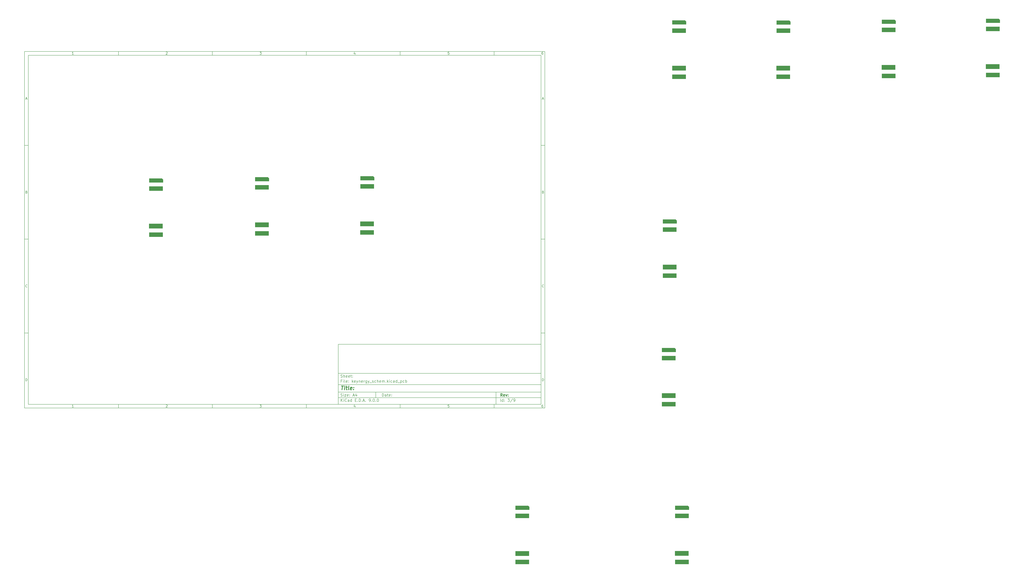
<source format=gbr>
%TF.GenerationSoftware,KiCad,Pcbnew,9.0.0*%
%TF.CreationDate,2025-04-02T13:07:28+08:00*%
%TF.ProjectId,keynergy_schem,6b65796e-6572-4677-995f-736368656d2e,rev?*%
%TF.SameCoordinates,Original*%
%TF.FileFunction,Paste,Top*%
%TF.FilePolarity,Positive*%
%FSLAX46Y46*%
G04 Gerber Fmt 4.6, Leading zero omitted, Abs format (unit mm)*
G04 Created by KiCad (PCBNEW 9.0.0) date 2025-04-02 13:07:28*
%MOMM*%
%LPD*%
G01*
G04 APERTURE LIST*
G04 Aperture macros list*
%AMOutline4P*
0 Free polygon, 4 corners , with rotation*
0 The origin of the aperture is its center*
0 number of corners: always 4*
0 $1 to $8 corner X, Y*
0 $9 Rotation angle, in degrees counterclockwise*
0 create outline with 4 corners*
4,1,4,$1,$2,$3,$4,$5,$6,$7,$8,$1,$2,$9*%
%AMOutline5P*
0 Free polygon, 5 corners , with rotation*
0 The origin of the aperture is its center*
0 number of corners: always 5*
0 $1 to $10 corner X, Y*
0 $11 Rotation angle, in degrees counterclockwise*
0 create outline with 5 corners*
4,1,5,$1,$2,$3,$4,$5,$6,$7,$8,$9,$10,$1,$2,$11*%
%AMOutline6P*
0 Free polygon, 6 corners , with rotation*
0 The origin of the aperture is its center*
0 number of corners: always 6*
0 $1 to $12 corner X, Y*
0 $13 Rotation angle, in degrees counterclockwise*
0 create outline with 6 corners*
4,1,6,$1,$2,$3,$4,$5,$6,$7,$8,$9,$10,$11,$12,$1,$2,$13*%
%AMOutline7P*
0 Free polygon, 7 corners , with rotation*
0 The origin of the aperture is its center*
0 number of corners: always 7*
0 $1 to $14 corner X, Y*
0 $15 Rotation angle, in degrees counterclockwise*
0 create outline with 7 corners*
4,1,7,$1,$2,$3,$4,$5,$6,$7,$8,$9,$10,$11,$12,$13,$14,$1,$2,$15*%
%AMOutline8P*
0 Free polygon, 8 corners , with rotation*
0 The origin of the aperture is its center*
0 number of corners: always 8*
0 $1 to $16 corner X, Y*
0 $17 Rotation angle, in degrees counterclockwise*
0 create outline with 8 corners*
4,1,8,$1,$2,$3,$4,$5,$6,$7,$8,$9,$10,$11,$12,$13,$14,$15,$16,$1,$2,$17*%
G04 Aperture macros list end*
%ADD10C,0.100000*%
%ADD11C,0.150000*%
%ADD12C,0.300000*%
%ADD13C,0.400000*%
%ADD14Outline5P,-1.079500X3.098800X-0.431800X3.746500X1.079500X3.746500X1.079500X-3.746500X-1.079500X-3.746500X270.000000*%
%ADD15Outline4P,-1.190625X-3.667125X1.190625X-3.667125X1.190625X3.667125X-1.190625X3.667125X270.000000*%
%ADD16R,7.239000X2.508250*%
%ADD17R,7.286624X2.381248*%
G04 APERTURE END LIST*
D10*
D11*
X177002200Y-166007200D02*
X285002200Y-166007200D01*
X285002200Y-198007200D01*
X177002200Y-198007200D01*
X177002200Y-166007200D01*
D10*
D11*
X10000000Y-10000000D02*
X287002200Y-10000000D01*
X287002200Y-200007200D01*
X10000000Y-200007200D01*
X10000000Y-10000000D01*
D10*
D11*
X12000000Y-12000000D02*
X285002200Y-12000000D01*
X285002200Y-198007200D01*
X12000000Y-198007200D01*
X12000000Y-12000000D01*
D10*
D11*
X60000000Y-12000000D02*
X60000000Y-10000000D01*
D10*
D11*
X110000000Y-12000000D02*
X110000000Y-10000000D01*
D10*
D11*
X160000000Y-12000000D02*
X160000000Y-10000000D01*
D10*
D11*
X210000000Y-12000000D02*
X210000000Y-10000000D01*
D10*
D11*
X260000000Y-12000000D02*
X260000000Y-10000000D01*
D10*
D11*
X36089160Y-11593604D02*
X35346303Y-11593604D01*
X35717731Y-11593604D02*
X35717731Y-10293604D01*
X35717731Y-10293604D02*
X35593922Y-10479319D01*
X35593922Y-10479319D02*
X35470112Y-10603128D01*
X35470112Y-10603128D02*
X35346303Y-10665033D01*
D10*
D11*
X85346303Y-10417414D02*
X85408207Y-10355509D01*
X85408207Y-10355509D02*
X85532017Y-10293604D01*
X85532017Y-10293604D02*
X85841541Y-10293604D01*
X85841541Y-10293604D02*
X85965350Y-10355509D01*
X85965350Y-10355509D02*
X86027255Y-10417414D01*
X86027255Y-10417414D02*
X86089160Y-10541223D01*
X86089160Y-10541223D02*
X86089160Y-10665033D01*
X86089160Y-10665033D02*
X86027255Y-10850747D01*
X86027255Y-10850747D02*
X85284398Y-11593604D01*
X85284398Y-11593604D02*
X86089160Y-11593604D01*
D10*
D11*
X135284398Y-10293604D02*
X136089160Y-10293604D01*
X136089160Y-10293604D02*
X135655826Y-10788842D01*
X135655826Y-10788842D02*
X135841541Y-10788842D01*
X135841541Y-10788842D02*
X135965350Y-10850747D01*
X135965350Y-10850747D02*
X136027255Y-10912652D01*
X136027255Y-10912652D02*
X136089160Y-11036461D01*
X136089160Y-11036461D02*
X136089160Y-11345985D01*
X136089160Y-11345985D02*
X136027255Y-11469795D01*
X136027255Y-11469795D02*
X135965350Y-11531700D01*
X135965350Y-11531700D02*
X135841541Y-11593604D01*
X135841541Y-11593604D02*
X135470112Y-11593604D01*
X135470112Y-11593604D02*
X135346303Y-11531700D01*
X135346303Y-11531700D02*
X135284398Y-11469795D01*
D10*
D11*
X185965350Y-10726938D02*
X185965350Y-11593604D01*
X185655826Y-10231700D02*
X185346303Y-11160271D01*
X185346303Y-11160271D02*
X186151064Y-11160271D01*
D10*
D11*
X236027255Y-10293604D02*
X235408207Y-10293604D01*
X235408207Y-10293604D02*
X235346303Y-10912652D01*
X235346303Y-10912652D02*
X235408207Y-10850747D01*
X235408207Y-10850747D02*
X235532017Y-10788842D01*
X235532017Y-10788842D02*
X235841541Y-10788842D01*
X235841541Y-10788842D02*
X235965350Y-10850747D01*
X235965350Y-10850747D02*
X236027255Y-10912652D01*
X236027255Y-10912652D02*
X236089160Y-11036461D01*
X236089160Y-11036461D02*
X236089160Y-11345985D01*
X236089160Y-11345985D02*
X236027255Y-11469795D01*
X236027255Y-11469795D02*
X235965350Y-11531700D01*
X235965350Y-11531700D02*
X235841541Y-11593604D01*
X235841541Y-11593604D02*
X235532017Y-11593604D01*
X235532017Y-11593604D02*
X235408207Y-11531700D01*
X235408207Y-11531700D02*
X235346303Y-11469795D01*
D10*
D11*
X285965350Y-10293604D02*
X285717731Y-10293604D01*
X285717731Y-10293604D02*
X285593922Y-10355509D01*
X285593922Y-10355509D02*
X285532017Y-10417414D01*
X285532017Y-10417414D02*
X285408207Y-10603128D01*
X285408207Y-10603128D02*
X285346303Y-10850747D01*
X285346303Y-10850747D02*
X285346303Y-11345985D01*
X285346303Y-11345985D02*
X285408207Y-11469795D01*
X285408207Y-11469795D02*
X285470112Y-11531700D01*
X285470112Y-11531700D02*
X285593922Y-11593604D01*
X285593922Y-11593604D02*
X285841541Y-11593604D01*
X285841541Y-11593604D02*
X285965350Y-11531700D01*
X285965350Y-11531700D02*
X286027255Y-11469795D01*
X286027255Y-11469795D02*
X286089160Y-11345985D01*
X286089160Y-11345985D02*
X286089160Y-11036461D01*
X286089160Y-11036461D02*
X286027255Y-10912652D01*
X286027255Y-10912652D02*
X285965350Y-10850747D01*
X285965350Y-10850747D02*
X285841541Y-10788842D01*
X285841541Y-10788842D02*
X285593922Y-10788842D01*
X285593922Y-10788842D02*
X285470112Y-10850747D01*
X285470112Y-10850747D02*
X285408207Y-10912652D01*
X285408207Y-10912652D02*
X285346303Y-11036461D01*
D10*
D11*
X60000000Y-198007200D02*
X60000000Y-200007200D01*
D10*
D11*
X110000000Y-198007200D02*
X110000000Y-200007200D01*
D10*
D11*
X160000000Y-198007200D02*
X160000000Y-200007200D01*
D10*
D11*
X210000000Y-198007200D02*
X210000000Y-200007200D01*
D10*
D11*
X260000000Y-198007200D02*
X260000000Y-200007200D01*
D10*
D11*
X36089160Y-199600804D02*
X35346303Y-199600804D01*
X35717731Y-199600804D02*
X35717731Y-198300804D01*
X35717731Y-198300804D02*
X35593922Y-198486519D01*
X35593922Y-198486519D02*
X35470112Y-198610328D01*
X35470112Y-198610328D02*
X35346303Y-198672233D01*
D10*
D11*
X85346303Y-198424614D02*
X85408207Y-198362709D01*
X85408207Y-198362709D02*
X85532017Y-198300804D01*
X85532017Y-198300804D02*
X85841541Y-198300804D01*
X85841541Y-198300804D02*
X85965350Y-198362709D01*
X85965350Y-198362709D02*
X86027255Y-198424614D01*
X86027255Y-198424614D02*
X86089160Y-198548423D01*
X86089160Y-198548423D02*
X86089160Y-198672233D01*
X86089160Y-198672233D02*
X86027255Y-198857947D01*
X86027255Y-198857947D02*
X85284398Y-199600804D01*
X85284398Y-199600804D02*
X86089160Y-199600804D01*
D10*
D11*
X135284398Y-198300804D02*
X136089160Y-198300804D01*
X136089160Y-198300804D02*
X135655826Y-198796042D01*
X135655826Y-198796042D02*
X135841541Y-198796042D01*
X135841541Y-198796042D02*
X135965350Y-198857947D01*
X135965350Y-198857947D02*
X136027255Y-198919852D01*
X136027255Y-198919852D02*
X136089160Y-199043661D01*
X136089160Y-199043661D02*
X136089160Y-199353185D01*
X136089160Y-199353185D02*
X136027255Y-199476995D01*
X136027255Y-199476995D02*
X135965350Y-199538900D01*
X135965350Y-199538900D02*
X135841541Y-199600804D01*
X135841541Y-199600804D02*
X135470112Y-199600804D01*
X135470112Y-199600804D02*
X135346303Y-199538900D01*
X135346303Y-199538900D02*
X135284398Y-199476995D01*
D10*
D11*
X185965350Y-198734138D02*
X185965350Y-199600804D01*
X185655826Y-198238900D02*
X185346303Y-199167471D01*
X185346303Y-199167471D02*
X186151064Y-199167471D01*
D10*
D11*
X236027255Y-198300804D02*
X235408207Y-198300804D01*
X235408207Y-198300804D02*
X235346303Y-198919852D01*
X235346303Y-198919852D02*
X235408207Y-198857947D01*
X235408207Y-198857947D02*
X235532017Y-198796042D01*
X235532017Y-198796042D02*
X235841541Y-198796042D01*
X235841541Y-198796042D02*
X235965350Y-198857947D01*
X235965350Y-198857947D02*
X236027255Y-198919852D01*
X236027255Y-198919852D02*
X236089160Y-199043661D01*
X236089160Y-199043661D02*
X236089160Y-199353185D01*
X236089160Y-199353185D02*
X236027255Y-199476995D01*
X236027255Y-199476995D02*
X235965350Y-199538900D01*
X235965350Y-199538900D02*
X235841541Y-199600804D01*
X235841541Y-199600804D02*
X235532017Y-199600804D01*
X235532017Y-199600804D02*
X235408207Y-199538900D01*
X235408207Y-199538900D02*
X235346303Y-199476995D01*
D10*
D11*
X285965350Y-198300804D02*
X285717731Y-198300804D01*
X285717731Y-198300804D02*
X285593922Y-198362709D01*
X285593922Y-198362709D02*
X285532017Y-198424614D01*
X285532017Y-198424614D02*
X285408207Y-198610328D01*
X285408207Y-198610328D02*
X285346303Y-198857947D01*
X285346303Y-198857947D02*
X285346303Y-199353185D01*
X285346303Y-199353185D02*
X285408207Y-199476995D01*
X285408207Y-199476995D02*
X285470112Y-199538900D01*
X285470112Y-199538900D02*
X285593922Y-199600804D01*
X285593922Y-199600804D02*
X285841541Y-199600804D01*
X285841541Y-199600804D02*
X285965350Y-199538900D01*
X285965350Y-199538900D02*
X286027255Y-199476995D01*
X286027255Y-199476995D02*
X286089160Y-199353185D01*
X286089160Y-199353185D02*
X286089160Y-199043661D01*
X286089160Y-199043661D02*
X286027255Y-198919852D01*
X286027255Y-198919852D02*
X285965350Y-198857947D01*
X285965350Y-198857947D02*
X285841541Y-198796042D01*
X285841541Y-198796042D02*
X285593922Y-198796042D01*
X285593922Y-198796042D02*
X285470112Y-198857947D01*
X285470112Y-198857947D02*
X285408207Y-198919852D01*
X285408207Y-198919852D02*
X285346303Y-199043661D01*
D10*
D11*
X10000000Y-60000000D02*
X12000000Y-60000000D01*
D10*
D11*
X10000000Y-110000000D02*
X12000000Y-110000000D01*
D10*
D11*
X10000000Y-160000000D02*
X12000000Y-160000000D01*
D10*
D11*
X10690476Y-35222176D02*
X11309523Y-35222176D01*
X10566666Y-35593604D02*
X10999999Y-34293604D01*
X10999999Y-34293604D02*
X11433333Y-35593604D01*
D10*
D11*
X11092857Y-84912652D02*
X11278571Y-84974557D01*
X11278571Y-84974557D02*
X11340476Y-85036461D01*
X11340476Y-85036461D02*
X11402380Y-85160271D01*
X11402380Y-85160271D02*
X11402380Y-85345985D01*
X11402380Y-85345985D02*
X11340476Y-85469795D01*
X11340476Y-85469795D02*
X11278571Y-85531700D01*
X11278571Y-85531700D02*
X11154761Y-85593604D01*
X11154761Y-85593604D02*
X10659523Y-85593604D01*
X10659523Y-85593604D02*
X10659523Y-84293604D01*
X10659523Y-84293604D02*
X11092857Y-84293604D01*
X11092857Y-84293604D02*
X11216666Y-84355509D01*
X11216666Y-84355509D02*
X11278571Y-84417414D01*
X11278571Y-84417414D02*
X11340476Y-84541223D01*
X11340476Y-84541223D02*
X11340476Y-84665033D01*
X11340476Y-84665033D02*
X11278571Y-84788842D01*
X11278571Y-84788842D02*
X11216666Y-84850747D01*
X11216666Y-84850747D02*
X11092857Y-84912652D01*
X11092857Y-84912652D02*
X10659523Y-84912652D01*
D10*
D11*
X11402380Y-135469795D02*
X11340476Y-135531700D01*
X11340476Y-135531700D02*
X11154761Y-135593604D01*
X11154761Y-135593604D02*
X11030952Y-135593604D01*
X11030952Y-135593604D02*
X10845238Y-135531700D01*
X10845238Y-135531700D02*
X10721428Y-135407890D01*
X10721428Y-135407890D02*
X10659523Y-135284080D01*
X10659523Y-135284080D02*
X10597619Y-135036461D01*
X10597619Y-135036461D02*
X10597619Y-134850747D01*
X10597619Y-134850747D02*
X10659523Y-134603128D01*
X10659523Y-134603128D02*
X10721428Y-134479319D01*
X10721428Y-134479319D02*
X10845238Y-134355509D01*
X10845238Y-134355509D02*
X11030952Y-134293604D01*
X11030952Y-134293604D02*
X11154761Y-134293604D01*
X11154761Y-134293604D02*
X11340476Y-134355509D01*
X11340476Y-134355509D02*
X11402380Y-134417414D01*
D10*
D11*
X10659523Y-185593604D02*
X10659523Y-184293604D01*
X10659523Y-184293604D02*
X10969047Y-184293604D01*
X10969047Y-184293604D02*
X11154761Y-184355509D01*
X11154761Y-184355509D02*
X11278571Y-184479319D01*
X11278571Y-184479319D02*
X11340476Y-184603128D01*
X11340476Y-184603128D02*
X11402380Y-184850747D01*
X11402380Y-184850747D02*
X11402380Y-185036461D01*
X11402380Y-185036461D02*
X11340476Y-185284080D01*
X11340476Y-185284080D02*
X11278571Y-185407890D01*
X11278571Y-185407890D02*
X11154761Y-185531700D01*
X11154761Y-185531700D02*
X10969047Y-185593604D01*
X10969047Y-185593604D02*
X10659523Y-185593604D01*
D10*
D11*
X287002200Y-60000000D02*
X285002200Y-60000000D01*
D10*
D11*
X287002200Y-110000000D02*
X285002200Y-110000000D01*
D10*
D11*
X287002200Y-160000000D02*
X285002200Y-160000000D01*
D10*
D11*
X285692676Y-35222176D02*
X286311723Y-35222176D01*
X285568866Y-35593604D02*
X286002199Y-34293604D01*
X286002199Y-34293604D02*
X286435533Y-35593604D01*
D10*
D11*
X286095057Y-84912652D02*
X286280771Y-84974557D01*
X286280771Y-84974557D02*
X286342676Y-85036461D01*
X286342676Y-85036461D02*
X286404580Y-85160271D01*
X286404580Y-85160271D02*
X286404580Y-85345985D01*
X286404580Y-85345985D02*
X286342676Y-85469795D01*
X286342676Y-85469795D02*
X286280771Y-85531700D01*
X286280771Y-85531700D02*
X286156961Y-85593604D01*
X286156961Y-85593604D02*
X285661723Y-85593604D01*
X285661723Y-85593604D02*
X285661723Y-84293604D01*
X285661723Y-84293604D02*
X286095057Y-84293604D01*
X286095057Y-84293604D02*
X286218866Y-84355509D01*
X286218866Y-84355509D02*
X286280771Y-84417414D01*
X286280771Y-84417414D02*
X286342676Y-84541223D01*
X286342676Y-84541223D02*
X286342676Y-84665033D01*
X286342676Y-84665033D02*
X286280771Y-84788842D01*
X286280771Y-84788842D02*
X286218866Y-84850747D01*
X286218866Y-84850747D02*
X286095057Y-84912652D01*
X286095057Y-84912652D02*
X285661723Y-84912652D01*
D10*
D11*
X286404580Y-135469795D02*
X286342676Y-135531700D01*
X286342676Y-135531700D02*
X286156961Y-135593604D01*
X286156961Y-135593604D02*
X286033152Y-135593604D01*
X286033152Y-135593604D02*
X285847438Y-135531700D01*
X285847438Y-135531700D02*
X285723628Y-135407890D01*
X285723628Y-135407890D02*
X285661723Y-135284080D01*
X285661723Y-135284080D02*
X285599819Y-135036461D01*
X285599819Y-135036461D02*
X285599819Y-134850747D01*
X285599819Y-134850747D02*
X285661723Y-134603128D01*
X285661723Y-134603128D02*
X285723628Y-134479319D01*
X285723628Y-134479319D02*
X285847438Y-134355509D01*
X285847438Y-134355509D02*
X286033152Y-134293604D01*
X286033152Y-134293604D02*
X286156961Y-134293604D01*
X286156961Y-134293604D02*
X286342676Y-134355509D01*
X286342676Y-134355509D02*
X286404580Y-134417414D01*
D10*
D11*
X285661723Y-185593604D02*
X285661723Y-184293604D01*
X285661723Y-184293604D02*
X285971247Y-184293604D01*
X285971247Y-184293604D02*
X286156961Y-184355509D01*
X286156961Y-184355509D02*
X286280771Y-184479319D01*
X286280771Y-184479319D02*
X286342676Y-184603128D01*
X286342676Y-184603128D02*
X286404580Y-184850747D01*
X286404580Y-184850747D02*
X286404580Y-185036461D01*
X286404580Y-185036461D02*
X286342676Y-185284080D01*
X286342676Y-185284080D02*
X286280771Y-185407890D01*
X286280771Y-185407890D02*
X286156961Y-185531700D01*
X286156961Y-185531700D02*
X285971247Y-185593604D01*
X285971247Y-185593604D02*
X285661723Y-185593604D01*
D10*
D11*
X200458026Y-193793328D02*
X200458026Y-192293328D01*
X200458026Y-192293328D02*
X200815169Y-192293328D01*
X200815169Y-192293328D02*
X201029455Y-192364757D01*
X201029455Y-192364757D02*
X201172312Y-192507614D01*
X201172312Y-192507614D02*
X201243741Y-192650471D01*
X201243741Y-192650471D02*
X201315169Y-192936185D01*
X201315169Y-192936185D02*
X201315169Y-193150471D01*
X201315169Y-193150471D02*
X201243741Y-193436185D01*
X201243741Y-193436185D02*
X201172312Y-193579042D01*
X201172312Y-193579042D02*
X201029455Y-193721900D01*
X201029455Y-193721900D02*
X200815169Y-193793328D01*
X200815169Y-193793328D02*
X200458026Y-193793328D01*
X202600884Y-193793328D02*
X202600884Y-193007614D01*
X202600884Y-193007614D02*
X202529455Y-192864757D01*
X202529455Y-192864757D02*
X202386598Y-192793328D01*
X202386598Y-192793328D02*
X202100884Y-192793328D01*
X202100884Y-192793328D02*
X201958026Y-192864757D01*
X202600884Y-193721900D02*
X202458026Y-193793328D01*
X202458026Y-193793328D02*
X202100884Y-193793328D01*
X202100884Y-193793328D02*
X201958026Y-193721900D01*
X201958026Y-193721900D02*
X201886598Y-193579042D01*
X201886598Y-193579042D02*
X201886598Y-193436185D01*
X201886598Y-193436185D02*
X201958026Y-193293328D01*
X201958026Y-193293328D02*
X202100884Y-193221900D01*
X202100884Y-193221900D02*
X202458026Y-193221900D01*
X202458026Y-193221900D02*
X202600884Y-193150471D01*
X203100884Y-192793328D02*
X203672312Y-192793328D01*
X203315169Y-192293328D02*
X203315169Y-193579042D01*
X203315169Y-193579042D02*
X203386598Y-193721900D01*
X203386598Y-193721900D02*
X203529455Y-193793328D01*
X203529455Y-193793328D02*
X203672312Y-193793328D01*
X204743741Y-193721900D02*
X204600884Y-193793328D01*
X204600884Y-193793328D02*
X204315170Y-193793328D01*
X204315170Y-193793328D02*
X204172312Y-193721900D01*
X204172312Y-193721900D02*
X204100884Y-193579042D01*
X204100884Y-193579042D02*
X204100884Y-193007614D01*
X204100884Y-193007614D02*
X204172312Y-192864757D01*
X204172312Y-192864757D02*
X204315170Y-192793328D01*
X204315170Y-192793328D02*
X204600884Y-192793328D01*
X204600884Y-192793328D02*
X204743741Y-192864757D01*
X204743741Y-192864757D02*
X204815170Y-193007614D01*
X204815170Y-193007614D02*
X204815170Y-193150471D01*
X204815170Y-193150471D02*
X204100884Y-193293328D01*
X205458026Y-193650471D02*
X205529455Y-193721900D01*
X205529455Y-193721900D02*
X205458026Y-193793328D01*
X205458026Y-193793328D02*
X205386598Y-193721900D01*
X205386598Y-193721900D02*
X205458026Y-193650471D01*
X205458026Y-193650471D02*
X205458026Y-193793328D01*
X205458026Y-192864757D02*
X205529455Y-192936185D01*
X205529455Y-192936185D02*
X205458026Y-193007614D01*
X205458026Y-193007614D02*
X205386598Y-192936185D01*
X205386598Y-192936185D02*
X205458026Y-192864757D01*
X205458026Y-192864757D02*
X205458026Y-193007614D01*
D10*
D11*
X177002200Y-194507200D02*
X285002200Y-194507200D01*
D10*
D11*
X178458026Y-196593328D02*
X178458026Y-195093328D01*
X179315169Y-196593328D02*
X178672312Y-195736185D01*
X179315169Y-195093328D02*
X178458026Y-195950471D01*
X179958026Y-196593328D02*
X179958026Y-195593328D01*
X179958026Y-195093328D02*
X179886598Y-195164757D01*
X179886598Y-195164757D02*
X179958026Y-195236185D01*
X179958026Y-195236185D02*
X180029455Y-195164757D01*
X180029455Y-195164757D02*
X179958026Y-195093328D01*
X179958026Y-195093328D02*
X179958026Y-195236185D01*
X181529455Y-196450471D02*
X181458027Y-196521900D01*
X181458027Y-196521900D02*
X181243741Y-196593328D01*
X181243741Y-196593328D02*
X181100884Y-196593328D01*
X181100884Y-196593328D02*
X180886598Y-196521900D01*
X180886598Y-196521900D02*
X180743741Y-196379042D01*
X180743741Y-196379042D02*
X180672312Y-196236185D01*
X180672312Y-196236185D02*
X180600884Y-195950471D01*
X180600884Y-195950471D02*
X180600884Y-195736185D01*
X180600884Y-195736185D02*
X180672312Y-195450471D01*
X180672312Y-195450471D02*
X180743741Y-195307614D01*
X180743741Y-195307614D02*
X180886598Y-195164757D01*
X180886598Y-195164757D02*
X181100884Y-195093328D01*
X181100884Y-195093328D02*
X181243741Y-195093328D01*
X181243741Y-195093328D02*
X181458027Y-195164757D01*
X181458027Y-195164757D02*
X181529455Y-195236185D01*
X182815170Y-196593328D02*
X182815170Y-195807614D01*
X182815170Y-195807614D02*
X182743741Y-195664757D01*
X182743741Y-195664757D02*
X182600884Y-195593328D01*
X182600884Y-195593328D02*
X182315170Y-195593328D01*
X182315170Y-195593328D02*
X182172312Y-195664757D01*
X182815170Y-196521900D02*
X182672312Y-196593328D01*
X182672312Y-196593328D02*
X182315170Y-196593328D01*
X182315170Y-196593328D02*
X182172312Y-196521900D01*
X182172312Y-196521900D02*
X182100884Y-196379042D01*
X182100884Y-196379042D02*
X182100884Y-196236185D01*
X182100884Y-196236185D02*
X182172312Y-196093328D01*
X182172312Y-196093328D02*
X182315170Y-196021900D01*
X182315170Y-196021900D02*
X182672312Y-196021900D01*
X182672312Y-196021900D02*
X182815170Y-195950471D01*
X184172313Y-196593328D02*
X184172313Y-195093328D01*
X184172313Y-196521900D02*
X184029455Y-196593328D01*
X184029455Y-196593328D02*
X183743741Y-196593328D01*
X183743741Y-196593328D02*
X183600884Y-196521900D01*
X183600884Y-196521900D02*
X183529455Y-196450471D01*
X183529455Y-196450471D02*
X183458027Y-196307614D01*
X183458027Y-196307614D02*
X183458027Y-195879042D01*
X183458027Y-195879042D02*
X183529455Y-195736185D01*
X183529455Y-195736185D02*
X183600884Y-195664757D01*
X183600884Y-195664757D02*
X183743741Y-195593328D01*
X183743741Y-195593328D02*
X184029455Y-195593328D01*
X184029455Y-195593328D02*
X184172313Y-195664757D01*
X186029455Y-195807614D02*
X186529455Y-195807614D01*
X186743741Y-196593328D02*
X186029455Y-196593328D01*
X186029455Y-196593328D02*
X186029455Y-195093328D01*
X186029455Y-195093328D02*
X186743741Y-195093328D01*
X187386598Y-196450471D02*
X187458027Y-196521900D01*
X187458027Y-196521900D02*
X187386598Y-196593328D01*
X187386598Y-196593328D02*
X187315170Y-196521900D01*
X187315170Y-196521900D02*
X187386598Y-196450471D01*
X187386598Y-196450471D02*
X187386598Y-196593328D01*
X188100884Y-196593328D02*
X188100884Y-195093328D01*
X188100884Y-195093328D02*
X188458027Y-195093328D01*
X188458027Y-195093328D02*
X188672313Y-195164757D01*
X188672313Y-195164757D02*
X188815170Y-195307614D01*
X188815170Y-195307614D02*
X188886599Y-195450471D01*
X188886599Y-195450471D02*
X188958027Y-195736185D01*
X188958027Y-195736185D02*
X188958027Y-195950471D01*
X188958027Y-195950471D02*
X188886599Y-196236185D01*
X188886599Y-196236185D02*
X188815170Y-196379042D01*
X188815170Y-196379042D02*
X188672313Y-196521900D01*
X188672313Y-196521900D02*
X188458027Y-196593328D01*
X188458027Y-196593328D02*
X188100884Y-196593328D01*
X189600884Y-196450471D02*
X189672313Y-196521900D01*
X189672313Y-196521900D02*
X189600884Y-196593328D01*
X189600884Y-196593328D02*
X189529456Y-196521900D01*
X189529456Y-196521900D02*
X189600884Y-196450471D01*
X189600884Y-196450471D02*
X189600884Y-196593328D01*
X190243742Y-196164757D02*
X190958028Y-196164757D01*
X190100885Y-196593328D02*
X190600885Y-195093328D01*
X190600885Y-195093328D02*
X191100885Y-196593328D01*
X191600884Y-196450471D02*
X191672313Y-196521900D01*
X191672313Y-196521900D02*
X191600884Y-196593328D01*
X191600884Y-196593328D02*
X191529456Y-196521900D01*
X191529456Y-196521900D02*
X191600884Y-196450471D01*
X191600884Y-196450471D02*
X191600884Y-196593328D01*
X193529456Y-196593328D02*
X193815170Y-196593328D01*
X193815170Y-196593328D02*
X193958027Y-196521900D01*
X193958027Y-196521900D02*
X194029456Y-196450471D01*
X194029456Y-196450471D02*
X194172313Y-196236185D01*
X194172313Y-196236185D02*
X194243742Y-195950471D01*
X194243742Y-195950471D02*
X194243742Y-195379042D01*
X194243742Y-195379042D02*
X194172313Y-195236185D01*
X194172313Y-195236185D02*
X194100885Y-195164757D01*
X194100885Y-195164757D02*
X193958027Y-195093328D01*
X193958027Y-195093328D02*
X193672313Y-195093328D01*
X193672313Y-195093328D02*
X193529456Y-195164757D01*
X193529456Y-195164757D02*
X193458027Y-195236185D01*
X193458027Y-195236185D02*
X193386599Y-195379042D01*
X193386599Y-195379042D02*
X193386599Y-195736185D01*
X193386599Y-195736185D02*
X193458027Y-195879042D01*
X193458027Y-195879042D02*
X193529456Y-195950471D01*
X193529456Y-195950471D02*
X193672313Y-196021900D01*
X193672313Y-196021900D02*
X193958027Y-196021900D01*
X193958027Y-196021900D02*
X194100885Y-195950471D01*
X194100885Y-195950471D02*
X194172313Y-195879042D01*
X194172313Y-195879042D02*
X194243742Y-195736185D01*
X194886598Y-196450471D02*
X194958027Y-196521900D01*
X194958027Y-196521900D02*
X194886598Y-196593328D01*
X194886598Y-196593328D02*
X194815170Y-196521900D01*
X194815170Y-196521900D02*
X194886598Y-196450471D01*
X194886598Y-196450471D02*
X194886598Y-196593328D01*
X195886599Y-195093328D02*
X196029456Y-195093328D01*
X196029456Y-195093328D02*
X196172313Y-195164757D01*
X196172313Y-195164757D02*
X196243742Y-195236185D01*
X196243742Y-195236185D02*
X196315170Y-195379042D01*
X196315170Y-195379042D02*
X196386599Y-195664757D01*
X196386599Y-195664757D02*
X196386599Y-196021900D01*
X196386599Y-196021900D02*
X196315170Y-196307614D01*
X196315170Y-196307614D02*
X196243742Y-196450471D01*
X196243742Y-196450471D02*
X196172313Y-196521900D01*
X196172313Y-196521900D02*
X196029456Y-196593328D01*
X196029456Y-196593328D02*
X195886599Y-196593328D01*
X195886599Y-196593328D02*
X195743742Y-196521900D01*
X195743742Y-196521900D02*
X195672313Y-196450471D01*
X195672313Y-196450471D02*
X195600884Y-196307614D01*
X195600884Y-196307614D02*
X195529456Y-196021900D01*
X195529456Y-196021900D02*
X195529456Y-195664757D01*
X195529456Y-195664757D02*
X195600884Y-195379042D01*
X195600884Y-195379042D02*
X195672313Y-195236185D01*
X195672313Y-195236185D02*
X195743742Y-195164757D01*
X195743742Y-195164757D02*
X195886599Y-195093328D01*
X197029455Y-196450471D02*
X197100884Y-196521900D01*
X197100884Y-196521900D02*
X197029455Y-196593328D01*
X197029455Y-196593328D02*
X196958027Y-196521900D01*
X196958027Y-196521900D02*
X197029455Y-196450471D01*
X197029455Y-196450471D02*
X197029455Y-196593328D01*
X198029456Y-195093328D02*
X198172313Y-195093328D01*
X198172313Y-195093328D02*
X198315170Y-195164757D01*
X198315170Y-195164757D02*
X198386599Y-195236185D01*
X198386599Y-195236185D02*
X198458027Y-195379042D01*
X198458027Y-195379042D02*
X198529456Y-195664757D01*
X198529456Y-195664757D02*
X198529456Y-196021900D01*
X198529456Y-196021900D02*
X198458027Y-196307614D01*
X198458027Y-196307614D02*
X198386599Y-196450471D01*
X198386599Y-196450471D02*
X198315170Y-196521900D01*
X198315170Y-196521900D02*
X198172313Y-196593328D01*
X198172313Y-196593328D02*
X198029456Y-196593328D01*
X198029456Y-196593328D02*
X197886599Y-196521900D01*
X197886599Y-196521900D02*
X197815170Y-196450471D01*
X197815170Y-196450471D02*
X197743741Y-196307614D01*
X197743741Y-196307614D02*
X197672313Y-196021900D01*
X197672313Y-196021900D02*
X197672313Y-195664757D01*
X197672313Y-195664757D02*
X197743741Y-195379042D01*
X197743741Y-195379042D02*
X197815170Y-195236185D01*
X197815170Y-195236185D02*
X197886599Y-195164757D01*
X197886599Y-195164757D02*
X198029456Y-195093328D01*
D10*
D11*
X177002200Y-191507200D02*
X285002200Y-191507200D01*
D10*
D12*
X264413853Y-193785528D02*
X263913853Y-193071242D01*
X263556710Y-193785528D02*
X263556710Y-192285528D01*
X263556710Y-192285528D02*
X264128139Y-192285528D01*
X264128139Y-192285528D02*
X264270996Y-192356957D01*
X264270996Y-192356957D02*
X264342425Y-192428385D01*
X264342425Y-192428385D02*
X264413853Y-192571242D01*
X264413853Y-192571242D02*
X264413853Y-192785528D01*
X264413853Y-192785528D02*
X264342425Y-192928385D01*
X264342425Y-192928385D02*
X264270996Y-192999814D01*
X264270996Y-192999814D02*
X264128139Y-193071242D01*
X264128139Y-193071242D02*
X263556710Y-193071242D01*
X265628139Y-193714100D02*
X265485282Y-193785528D01*
X265485282Y-193785528D02*
X265199568Y-193785528D01*
X265199568Y-193785528D02*
X265056710Y-193714100D01*
X265056710Y-193714100D02*
X264985282Y-193571242D01*
X264985282Y-193571242D02*
X264985282Y-192999814D01*
X264985282Y-192999814D02*
X265056710Y-192856957D01*
X265056710Y-192856957D02*
X265199568Y-192785528D01*
X265199568Y-192785528D02*
X265485282Y-192785528D01*
X265485282Y-192785528D02*
X265628139Y-192856957D01*
X265628139Y-192856957D02*
X265699568Y-192999814D01*
X265699568Y-192999814D02*
X265699568Y-193142671D01*
X265699568Y-193142671D02*
X264985282Y-193285528D01*
X266199567Y-192785528D02*
X266556710Y-193785528D01*
X266556710Y-193785528D02*
X266913853Y-192785528D01*
X267485281Y-193642671D02*
X267556710Y-193714100D01*
X267556710Y-193714100D02*
X267485281Y-193785528D01*
X267485281Y-193785528D02*
X267413853Y-193714100D01*
X267413853Y-193714100D02*
X267485281Y-193642671D01*
X267485281Y-193642671D02*
X267485281Y-193785528D01*
X267485281Y-192856957D02*
X267556710Y-192928385D01*
X267556710Y-192928385D02*
X267485281Y-192999814D01*
X267485281Y-192999814D02*
X267413853Y-192928385D01*
X267413853Y-192928385D02*
X267485281Y-192856957D01*
X267485281Y-192856957D02*
X267485281Y-192999814D01*
D10*
D11*
X178386598Y-193721900D02*
X178600884Y-193793328D01*
X178600884Y-193793328D02*
X178958026Y-193793328D01*
X178958026Y-193793328D02*
X179100884Y-193721900D01*
X179100884Y-193721900D02*
X179172312Y-193650471D01*
X179172312Y-193650471D02*
X179243741Y-193507614D01*
X179243741Y-193507614D02*
X179243741Y-193364757D01*
X179243741Y-193364757D02*
X179172312Y-193221900D01*
X179172312Y-193221900D02*
X179100884Y-193150471D01*
X179100884Y-193150471D02*
X178958026Y-193079042D01*
X178958026Y-193079042D02*
X178672312Y-193007614D01*
X178672312Y-193007614D02*
X178529455Y-192936185D01*
X178529455Y-192936185D02*
X178458026Y-192864757D01*
X178458026Y-192864757D02*
X178386598Y-192721900D01*
X178386598Y-192721900D02*
X178386598Y-192579042D01*
X178386598Y-192579042D02*
X178458026Y-192436185D01*
X178458026Y-192436185D02*
X178529455Y-192364757D01*
X178529455Y-192364757D02*
X178672312Y-192293328D01*
X178672312Y-192293328D02*
X179029455Y-192293328D01*
X179029455Y-192293328D02*
X179243741Y-192364757D01*
X179886597Y-193793328D02*
X179886597Y-192793328D01*
X179886597Y-192293328D02*
X179815169Y-192364757D01*
X179815169Y-192364757D02*
X179886597Y-192436185D01*
X179886597Y-192436185D02*
X179958026Y-192364757D01*
X179958026Y-192364757D02*
X179886597Y-192293328D01*
X179886597Y-192293328D02*
X179886597Y-192436185D01*
X180458026Y-192793328D02*
X181243741Y-192793328D01*
X181243741Y-192793328D02*
X180458026Y-193793328D01*
X180458026Y-193793328D02*
X181243741Y-193793328D01*
X182386598Y-193721900D02*
X182243741Y-193793328D01*
X182243741Y-193793328D02*
X181958027Y-193793328D01*
X181958027Y-193793328D02*
X181815169Y-193721900D01*
X181815169Y-193721900D02*
X181743741Y-193579042D01*
X181743741Y-193579042D02*
X181743741Y-193007614D01*
X181743741Y-193007614D02*
X181815169Y-192864757D01*
X181815169Y-192864757D02*
X181958027Y-192793328D01*
X181958027Y-192793328D02*
X182243741Y-192793328D01*
X182243741Y-192793328D02*
X182386598Y-192864757D01*
X182386598Y-192864757D02*
X182458027Y-193007614D01*
X182458027Y-193007614D02*
X182458027Y-193150471D01*
X182458027Y-193150471D02*
X181743741Y-193293328D01*
X183100883Y-193650471D02*
X183172312Y-193721900D01*
X183172312Y-193721900D02*
X183100883Y-193793328D01*
X183100883Y-193793328D02*
X183029455Y-193721900D01*
X183029455Y-193721900D02*
X183100883Y-193650471D01*
X183100883Y-193650471D02*
X183100883Y-193793328D01*
X183100883Y-192864757D02*
X183172312Y-192936185D01*
X183172312Y-192936185D02*
X183100883Y-193007614D01*
X183100883Y-193007614D02*
X183029455Y-192936185D01*
X183029455Y-192936185D02*
X183100883Y-192864757D01*
X183100883Y-192864757D02*
X183100883Y-193007614D01*
X184886598Y-193364757D02*
X185600884Y-193364757D01*
X184743741Y-193793328D02*
X185243741Y-192293328D01*
X185243741Y-192293328D02*
X185743741Y-193793328D01*
X186886598Y-192793328D02*
X186886598Y-193793328D01*
X186529455Y-192221900D02*
X186172312Y-193293328D01*
X186172312Y-193293328D02*
X187100883Y-193293328D01*
D10*
D11*
X263458026Y-196593328D02*
X263458026Y-195093328D01*
X264815170Y-196593328D02*
X264815170Y-195093328D01*
X264815170Y-196521900D02*
X264672312Y-196593328D01*
X264672312Y-196593328D02*
X264386598Y-196593328D01*
X264386598Y-196593328D02*
X264243741Y-196521900D01*
X264243741Y-196521900D02*
X264172312Y-196450471D01*
X264172312Y-196450471D02*
X264100884Y-196307614D01*
X264100884Y-196307614D02*
X264100884Y-195879042D01*
X264100884Y-195879042D02*
X264172312Y-195736185D01*
X264172312Y-195736185D02*
X264243741Y-195664757D01*
X264243741Y-195664757D02*
X264386598Y-195593328D01*
X264386598Y-195593328D02*
X264672312Y-195593328D01*
X264672312Y-195593328D02*
X264815170Y-195664757D01*
X265529455Y-196450471D02*
X265600884Y-196521900D01*
X265600884Y-196521900D02*
X265529455Y-196593328D01*
X265529455Y-196593328D02*
X265458027Y-196521900D01*
X265458027Y-196521900D02*
X265529455Y-196450471D01*
X265529455Y-196450471D02*
X265529455Y-196593328D01*
X265529455Y-195664757D02*
X265600884Y-195736185D01*
X265600884Y-195736185D02*
X265529455Y-195807614D01*
X265529455Y-195807614D02*
X265458027Y-195736185D01*
X265458027Y-195736185D02*
X265529455Y-195664757D01*
X265529455Y-195664757D02*
X265529455Y-195807614D01*
X267243741Y-195093328D02*
X268172313Y-195093328D01*
X268172313Y-195093328D02*
X267672313Y-195664757D01*
X267672313Y-195664757D02*
X267886598Y-195664757D01*
X267886598Y-195664757D02*
X268029456Y-195736185D01*
X268029456Y-195736185D02*
X268100884Y-195807614D01*
X268100884Y-195807614D02*
X268172313Y-195950471D01*
X268172313Y-195950471D02*
X268172313Y-196307614D01*
X268172313Y-196307614D02*
X268100884Y-196450471D01*
X268100884Y-196450471D02*
X268029456Y-196521900D01*
X268029456Y-196521900D02*
X267886598Y-196593328D01*
X267886598Y-196593328D02*
X267458027Y-196593328D01*
X267458027Y-196593328D02*
X267315170Y-196521900D01*
X267315170Y-196521900D02*
X267243741Y-196450471D01*
X269886598Y-195021900D02*
X268600884Y-196950471D01*
X270458027Y-196593328D02*
X270743741Y-196593328D01*
X270743741Y-196593328D02*
X270886598Y-196521900D01*
X270886598Y-196521900D02*
X270958027Y-196450471D01*
X270958027Y-196450471D02*
X271100884Y-196236185D01*
X271100884Y-196236185D02*
X271172313Y-195950471D01*
X271172313Y-195950471D02*
X271172313Y-195379042D01*
X271172313Y-195379042D02*
X271100884Y-195236185D01*
X271100884Y-195236185D02*
X271029456Y-195164757D01*
X271029456Y-195164757D02*
X270886598Y-195093328D01*
X270886598Y-195093328D02*
X270600884Y-195093328D01*
X270600884Y-195093328D02*
X270458027Y-195164757D01*
X270458027Y-195164757D02*
X270386598Y-195236185D01*
X270386598Y-195236185D02*
X270315170Y-195379042D01*
X270315170Y-195379042D02*
X270315170Y-195736185D01*
X270315170Y-195736185D02*
X270386598Y-195879042D01*
X270386598Y-195879042D02*
X270458027Y-195950471D01*
X270458027Y-195950471D02*
X270600884Y-196021900D01*
X270600884Y-196021900D02*
X270886598Y-196021900D01*
X270886598Y-196021900D02*
X271029456Y-195950471D01*
X271029456Y-195950471D02*
X271100884Y-195879042D01*
X271100884Y-195879042D02*
X271172313Y-195736185D01*
D10*
D11*
X177002200Y-187507200D02*
X285002200Y-187507200D01*
D10*
D13*
X178693928Y-188211638D02*
X179836785Y-188211638D01*
X179015357Y-190211638D02*
X179265357Y-188211638D01*
X180253452Y-190211638D02*
X180420119Y-188878304D01*
X180503452Y-188211638D02*
X180396309Y-188306876D01*
X180396309Y-188306876D02*
X180479643Y-188402114D01*
X180479643Y-188402114D02*
X180586786Y-188306876D01*
X180586786Y-188306876D02*
X180503452Y-188211638D01*
X180503452Y-188211638D02*
X180479643Y-188402114D01*
X181086786Y-188878304D02*
X181848690Y-188878304D01*
X181455833Y-188211638D02*
X181241548Y-189925923D01*
X181241548Y-189925923D02*
X181312976Y-190116400D01*
X181312976Y-190116400D02*
X181491548Y-190211638D01*
X181491548Y-190211638D02*
X181682024Y-190211638D01*
X182634405Y-190211638D02*
X182455833Y-190116400D01*
X182455833Y-190116400D02*
X182384405Y-189925923D01*
X182384405Y-189925923D02*
X182598690Y-188211638D01*
X184170119Y-190116400D02*
X183967738Y-190211638D01*
X183967738Y-190211638D02*
X183586785Y-190211638D01*
X183586785Y-190211638D02*
X183408214Y-190116400D01*
X183408214Y-190116400D02*
X183336785Y-189925923D01*
X183336785Y-189925923D02*
X183432024Y-189164019D01*
X183432024Y-189164019D02*
X183551071Y-188973542D01*
X183551071Y-188973542D02*
X183753452Y-188878304D01*
X183753452Y-188878304D02*
X184134404Y-188878304D01*
X184134404Y-188878304D02*
X184312976Y-188973542D01*
X184312976Y-188973542D02*
X184384404Y-189164019D01*
X184384404Y-189164019D02*
X184360595Y-189354495D01*
X184360595Y-189354495D02*
X183384404Y-189544971D01*
X185134405Y-190021161D02*
X185217738Y-190116400D01*
X185217738Y-190116400D02*
X185110595Y-190211638D01*
X185110595Y-190211638D02*
X185027262Y-190116400D01*
X185027262Y-190116400D02*
X185134405Y-190021161D01*
X185134405Y-190021161D02*
X185110595Y-190211638D01*
X185265357Y-188973542D02*
X185348690Y-189068780D01*
X185348690Y-189068780D02*
X185241548Y-189164019D01*
X185241548Y-189164019D02*
X185158214Y-189068780D01*
X185158214Y-189068780D02*
X185265357Y-188973542D01*
X185265357Y-188973542D02*
X185241548Y-189164019D01*
D10*
D11*
X178958026Y-185607614D02*
X178458026Y-185607614D01*
X178458026Y-186393328D02*
X178458026Y-184893328D01*
X178458026Y-184893328D02*
X179172312Y-184893328D01*
X179743740Y-186393328D02*
X179743740Y-185393328D01*
X179743740Y-184893328D02*
X179672312Y-184964757D01*
X179672312Y-184964757D02*
X179743740Y-185036185D01*
X179743740Y-185036185D02*
X179815169Y-184964757D01*
X179815169Y-184964757D02*
X179743740Y-184893328D01*
X179743740Y-184893328D02*
X179743740Y-185036185D01*
X180672312Y-186393328D02*
X180529455Y-186321900D01*
X180529455Y-186321900D02*
X180458026Y-186179042D01*
X180458026Y-186179042D02*
X180458026Y-184893328D01*
X181815169Y-186321900D02*
X181672312Y-186393328D01*
X181672312Y-186393328D02*
X181386598Y-186393328D01*
X181386598Y-186393328D02*
X181243740Y-186321900D01*
X181243740Y-186321900D02*
X181172312Y-186179042D01*
X181172312Y-186179042D02*
X181172312Y-185607614D01*
X181172312Y-185607614D02*
X181243740Y-185464757D01*
X181243740Y-185464757D02*
X181386598Y-185393328D01*
X181386598Y-185393328D02*
X181672312Y-185393328D01*
X181672312Y-185393328D02*
X181815169Y-185464757D01*
X181815169Y-185464757D02*
X181886598Y-185607614D01*
X181886598Y-185607614D02*
X181886598Y-185750471D01*
X181886598Y-185750471D02*
X181172312Y-185893328D01*
X182529454Y-186250471D02*
X182600883Y-186321900D01*
X182600883Y-186321900D02*
X182529454Y-186393328D01*
X182529454Y-186393328D02*
X182458026Y-186321900D01*
X182458026Y-186321900D02*
X182529454Y-186250471D01*
X182529454Y-186250471D02*
X182529454Y-186393328D01*
X182529454Y-185464757D02*
X182600883Y-185536185D01*
X182600883Y-185536185D02*
X182529454Y-185607614D01*
X182529454Y-185607614D02*
X182458026Y-185536185D01*
X182458026Y-185536185D02*
X182529454Y-185464757D01*
X182529454Y-185464757D02*
X182529454Y-185607614D01*
X184386597Y-186393328D02*
X184386597Y-184893328D01*
X184529455Y-185821900D02*
X184958026Y-186393328D01*
X184958026Y-185393328D02*
X184386597Y-185964757D01*
X186172312Y-186321900D02*
X186029455Y-186393328D01*
X186029455Y-186393328D02*
X185743741Y-186393328D01*
X185743741Y-186393328D02*
X185600883Y-186321900D01*
X185600883Y-186321900D02*
X185529455Y-186179042D01*
X185529455Y-186179042D02*
X185529455Y-185607614D01*
X185529455Y-185607614D02*
X185600883Y-185464757D01*
X185600883Y-185464757D02*
X185743741Y-185393328D01*
X185743741Y-185393328D02*
X186029455Y-185393328D01*
X186029455Y-185393328D02*
X186172312Y-185464757D01*
X186172312Y-185464757D02*
X186243741Y-185607614D01*
X186243741Y-185607614D02*
X186243741Y-185750471D01*
X186243741Y-185750471D02*
X185529455Y-185893328D01*
X186743740Y-185393328D02*
X187100883Y-186393328D01*
X187458026Y-185393328D02*
X187100883Y-186393328D01*
X187100883Y-186393328D02*
X186958026Y-186750471D01*
X186958026Y-186750471D02*
X186886597Y-186821900D01*
X186886597Y-186821900D02*
X186743740Y-186893328D01*
X188029454Y-185393328D02*
X188029454Y-186393328D01*
X188029454Y-185536185D02*
X188100883Y-185464757D01*
X188100883Y-185464757D02*
X188243740Y-185393328D01*
X188243740Y-185393328D02*
X188458026Y-185393328D01*
X188458026Y-185393328D02*
X188600883Y-185464757D01*
X188600883Y-185464757D02*
X188672312Y-185607614D01*
X188672312Y-185607614D02*
X188672312Y-186393328D01*
X189958026Y-186321900D02*
X189815169Y-186393328D01*
X189815169Y-186393328D02*
X189529455Y-186393328D01*
X189529455Y-186393328D02*
X189386597Y-186321900D01*
X189386597Y-186321900D02*
X189315169Y-186179042D01*
X189315169Y-186179042D02*
X189315169Y-185607614D01*
X189315169Y-185607614D02*
X189386597Y-185464757D01*
X189386597Y-185464757D02*
X189529455Y-185393328D01*
X189529455Y-185393328D02*
X189815169Y-185393328D01*
X189815169Y-185393328D02*
X189958026Y-185464757D01*
X189958026Y-185464757D02*
X190029455Y-185607614D01*
X190029455Y-185607614D02*
X190029455Y-185750471D01*
X190029455Y-185750471D02*
X189315169Y-185893328D01*
X190672311Y-186393328D02*
X190672311Y-185393328D01*
X190672311Y-185679042D02*
X190743740Y-185536185D01*
X190743740Y-185536185D02*
X190815169Y-185464757D01*
X190815169Y-185464757D02*
X190958026Y-185393328D01*
X190958026Y-185393328D02*
X191100883Y-185393328D01*
X192243740Y-185393328D02*
X192243740Y-186607614D01*
X192243740Y-186607614D02*
X192172311Y-186750471D01*
X192172311Y-186750471D02*
X192100882Y-186821900D01*
X192100882Y-186821900D02*
X191958025Y-186893328D01*
X191958025Y-186893328D02*
X191743740Y-186893328D01*
X191743740Y-186893328D02*
X191600882Y-186821900D01*
X192243740Y-186321900D02*
X192100882Y-186393328D01*
X192100882Y-186393328D02*
X191815168Y-186393328D01*
X191815168Y-186393328D02*
X191672311Y-186321900D01*
X191672311Y-186321900D02*
X191600882Y-186250471D01*
X191600882Y-186250471D02*
X191529454Y-186107614D01*
X191529454Y-186107614D02*
X191529454Y-185679042D01*
X191529454Y-185679042D02*
X191600882Y-185536185D01*
X191600882Y-185536185D02*
X191672311Y-185464757D01*
X191672311Y-185464757D02*
X191815168Y-185393328D01*
X191815168Y-185393328D02*
X192100882Y-185393328D01*
X192100882Y-185393328D02*
X192243740Y-185464757D01*
X192815168Y-185393328D02*
X193172311Y-186393328D01*
X193529454Y-185393328D02*
X193172311Y-186393328D01*
X193172311Y-186393328D02*
X193029454Y-186750471D01*
X193029454Y-186750471D02*
X192958025Y-186821900D01*
X192958025Y-186821900D02*
X192815168Y-186893328D01*
X193743740Y-186536185D02*
X194886597Y-186536185D01*
X195172311Y-186321900D02*
X195315168Y-186393328D01*
X195315168Y-186393328D02*
X195600882Y-186393328D01*
X195600882Y-186393328D02*
X195743739Y-186321900D01*
X195743739Y-186321900D02*
X195815168Y-186179042D01*
X195815168Y-186179042D02*
X195815168Y-186107614D01*
X195815168Y-186107614D02*
X195743739Y-185964757D01*
X195743739Y-185964757D02*
X195600882Y-185893328D01*
X195600882Y-185893328D02*
X195386597Y-185893328D01*
X195386597Y-185893328D02*
X195243739Y-185821900D01*
X195243739Y-185821900D02*
X195172311Y-185679042D01*
X195172311Y-185679042D02*
X195172311Y-185607614D01*
X195172311Y-185607614D02*
X195243739Y-185464757D01*
X195243739Y-185464757D02*
X195386597Y-185393328D01*
X195386597Y-185393328D02*
X195600882Y-185393328D01*
X195600882Y-185393328D02*
X195743739Y-185464757D01*
X197100883Y-186321900D02*
X196958025Y-186393328D01*
X196958025Y-186393328D02*
X196672311Y-186393328D01*
X196672311Y-186393328D02*
X196529454Y-186321900D01*
X196529454Y-186321900D02*
X196458025Y-186250471D01*
X196458025Y-186250471D02*
X196386597Y-186107614D01*
X196386597Y-186107614D02*
X196386597Y-185679042D01*
X196386597Y-185679042D02*
X196458025Y-185536185D01*
X196458025Y-185536185D02*
X196529454Y-185464757D01*
X196529454Y-185464757D02*
X196672311Y-185393328D01*
X196672311Y-185393328D02*
X196958025Y-185393328D01*
X196958025Y-185393328D02*
X197100883Y-185464757D01*
X197743739Y-186393328D02*
X197743739Y-184893328D01*
X198386597Y-186393328D02*
X198386597Y-185607614D01*
X198386597Y-185607614D02*
X198315168Y-185464757D01*
X198315168Y-185464757D02*
X198172311Y-185393328D01*
X198172311Y-185393328D02*
X197958025Y-185393328D01*
X197958025Y-185393328D02*
X197815168Y-185464757D01*
X197815168Y-185464757D02*
X197743739Y-185536185D01*
X199672311Y-186321900D02*
X199529454Y-186393328D01*
X199529454Y-186393328D02*
X199243740Y-186393328D01*
X199243740Y-186393328D02*
X199100882Y-186321900D01*
X199100882Y-186321900D02*
X199029454Y-186179042D01*
X199029454Y-186179042D02*
X199029454Y-185607614D01*
X199029454Y-185607614D02*
X199100882Y-185464757D01*
X199100882Y-185464757D02*
X199243740Y-185393328D01*
X199243740Y-185393328D02*
X199529454Y-185393328D01*
X199529454Y-185393328D02*
X199672311Y-185464757D01*
X199672311Y-185464757D02*
X199743740Y-185607614D01*
X199743740Y-185607614D02*
X199743740Y-185750471D01*
X199743740Y-185750471D02*
X199029454Y-185893328D01*
X200386596Y-186393328D02*
X200386596Y-185393328D01*
X200386596Y-185536185D02*
X200458025Y-185464757D01*
X200458025Y-185464757D02*
X200600882Y-185393328D01*
X200600882Y-185393328D02*
X200815168Y-185393328D01*
X200815168Y-185393328D02*
X200958025Y-185464757D01*
X200958025Y-185464757D02*
X201029454Y-185607614D01*
X201029454Y-185607614D02*
X201029454Y-186393328D01*
X201029454Y-185607614D02*
X201100882Y-185464757D01*
X201100882Y-185464757D02*
X201243739Y-185393328D01*
X201243739Y-185393328D02*
X201458025Y-185393328D01*
X201458025Y-185393328D02*
X201600882Y-185464757D01*
X201600882Y-185464757D02*
X201672311Y-185607614D01*
X201672311Y-185607614D02*
X201672311Y-186393328D01*
X202386596Y-186250471D02*
X202458025Y-186321900D01*
X202458025Y-186321900D02*
X202386596Y-186393328D01*
X202386596Y-186393328D02*
X202315168Y-186321900D01*
X202315168Y-186321900D02*
X202386596Y-186250471D01*
X202386596Y-186250471D02*
X202386596Y-186393328D01*
X203100882Y-186393328D02*
X203100882Y-184893328D01*
X203243740Y-185821900D02*
X203672311Y-186393328D01*
X203672311Y-185393328D02*
X203100882Y-185964757D01*
X204315168Y-186393328D02*
X204315168Y-185393328D01*
X204315168Y-184893328D02*
X204243740Y-184964757D01*
X204243740Y-184964757D02*
X204315168Y-185036185D01*
X204315168Y-185036185D02*
X204386597Y-184964757D01*
X204386597Y-184964757D02*
X204315168Y-184893328D01*
X204315168Y-184893328D02*
X204315168Y-185036185D01*
X205672312Y-186321900D02*
X205529454Y-186393328D01*
X205529454Y-186393328D02*
X205243740Y-186393328D01*
X205243740Y-186393328D02*
X205100883Y-186321900D01*
X205100883Y-186321900D02*
X205029454Y-186250471D01*
X205029454Y-186250471D02*
X204958026Y-186107614D01*
X204958026Y-186107614D02*
X204958026Y-185679042D01*
X204958026Y-185679042D02*
X205029454Y-185536185D01*
X205029454Y-185536185D02*
X205100883Y-185464757D01*
X205100883Y-185464757D02*
X205243740Y-185393328D01*
X205243740Y-185393328D02*
X205529454Y-185393328D01*
X205529454Y-185393328D02*
X205672312Y-185464757D01*
X206958026Y-186393328D02*
X206958026Y-185607614D01*
X206958026Y-185607614D02*
X206886597Y-185464757D01*
X206886597Y-185464757D02*
X206743740Y-185393328D01*
X206743740Y-185393328D02*
X206458026Y-185393328D01*
X206458026Y-185393328D02*
X206315168Y-185464757D01*
X206958026Y-186321900D02*
X206815168Y-186393328D01*
X206815168Y-186393328D02*
X206458026Y-186393328D01*
X206458026Y-186393328D02*
X206315168Y-186321900D01*
X206315168Y-186321900D02*
X206243740Y-186179042D01*
X206243740Y-186179042D02*
X206243740Y-186036185D01*
X206243740Y-186036185D02*
X206315168Y-185893328D01*
X206315168Y-185893328D02*
X206458026Y-185821900D01*
X206458026Y-185821900D02*
X206815168Y-185821900D01*
X206815168Y-185821900D02*
X206958026Y-185750471D01*
X208315169Y-186393328D02*
X208315169Y-184893328D01*
X208315169Y-186321900D02*
X208172311Y-186393328D01*
X208172311Y-186393328D02*
X207886597Y-186393328D01*
X207886597Y-186393328D02*
X207743740Y-186321900D01*
X207743740Y-186321900D02*
X207672311Y-186250471D01*
X207672311Y-186250471D02*
X207600883Y-186107614D01*
X207600883Y-186107614D02*
X207600883Y-185679042D01*
X207600883Y-185679042D02*
X207672311Y-185536185D01*
X207672311Y-185536185D02*
X207743740Y-185464757D01*
X207743740Y-185464757D02*
X207886597Y-185393328D01*
X207886597Y-185393328D02*
X208172311Y-185393328D01*
X208172311Y-185393328D02*
X208315169Y-185464757D01*
X208672312Y-186536185D02*
X209815169Y-186536185D01*
X210172311Y-185393328D02*
X210172311Y-186893328D01*
X210172311Y-185464757D02*
X210315169Y-185393328D01*
X210315169Y-185393328D02*
X210600883Y-185393328D01*
X210600883Y-185393328D02*
X210743740Y-185464757D01*
X210743740Y-185464757D02*
X210815169Y-185536185D01*
X210815169Y-185536185D02*
X210886597Y-185679042D01*
X210886597Y-185679042D02*
X210886597Y-186107614D01*
X210886597Y-186107614D02*
X210815169Y-186250471D01*
X210815169Y-186250471D02*
X210743740Y-186321900D01*
X210743740Y-186321900D02*
X210600883Y-186393328D01*
X210600883Y-186393328D02*
X210315169Y-186393328D01*
X210315169Y-186393328D02*
X210172311Y-186321900D01*
X212172312Y-186321900D02*
X212029454Y-186393328D01*
X212029454Y-186393328D02*
X211743740Y-186393328D01*
X211743740Y-186393328D02*
X211600883Y-186321900D01*
X211600883Y-186321900D02*
X211529454Y-186250471D01*
X211529454Y-186250471D02*
X211458026Y-186107614D01*
X211458026Y-186107614D02*
X211458026Y-185679042D01*
X211458026Y-185679042D02*
X211529454Y-185536185D01*
X211529454Y-185536185D02*
X211600883Y-185464757D01*
X211600883Y-185464757D02*
X211743740Y-185393328D01*
X211743740Y-185393328D02*
X212029454Y-185393328D01*
X212029454Y-185393328D02*
X212172312Y-185464757D01*
X212815168Y-186393328D02*
X212815168Y-184893328D01*
X212815168Y-185464757D02*
X212958026Y-185393328D01*
X212958026Y-185393328D02*
X213243740Y-185393328D01*
X213243740Y-185393328D02*
X213386597Y-185464757D01*
X213386597Y-185464757D02*
X213458026Y-185536185D01*
X213458026Y-185536185D02*
X213529454Y-185679042D01*
X213529454Y-185679042D02*
X213529454Y-186107614D01*
X213529454Y-186107614D02*
X213458026Y-186250471D01*
X213458026Y-186250471D02*
X213386597Y-186321900D01*
X213386597Y-186321900D02*
X213243740Y-186393328D01*
X213243740Y-186393328D02*
X212958026Y-186393328D01*
X212958026Y-186393328D02*
X212815168Y-186321900D01*
D10*
D11*
X177002200Y-181507200D02*
X285002200Y-181507200D01*
D10*
D11*
X178386598Y-183621900D02*
X178600884Y-183693328D01*
X178600884Y-183693328D02*
X178958026Y-183693328D01*
X178958026Y-183693328D02*
X179100884Y-183621900D01*
X179100884Y-183621900D02*
X179172312Y-183550471D01*
X179172312Y-183550471D02*
X179243741Y-183407614D01*
X179243741Y-183407614D02*
X179243741Y-183264757D01*
X179243741Y-183264757D02*
X179172312Y-183121900D01*
X179172312Y-183121900D02*
X179100884Y-183050471D01*
X179100884Y-183050471D02*
X178958026Y-182979042D01*
X178958026Y-182979042D02*
X178672312Y-182907614D01*
X178672312Y-182907614D02*
X178529455Y-182836185D01*
X178529455Y-182836185D02*
X178458026Y-182764757D01*
X178458026Y-182764757D02*
X178386598Y-182621900D01*
X178386598Y-182621900D02*
X178386598Y-182479042D01*
X178386598Y-182479042D02*
X178458026Y-182336185D01*
X178458026Y-182336185D02*
X178529455Y-182264757D01*
X178529455Y-182264757D02*
X178672312Y-182193328D01*
X178672312Y-182193328D02*
X179029455Y-182193328D01*
X179029455Y-182193328D02*
X179243741Y-182264757D01*
X179886597Y-183693328D02*
X179886597Y-182193328D01*
X180529455Y-183693328D02*
X180529455Y-182907614D01*
X180529455Y-182907614D02*
X180458026Y-182764757D01*
X180458026Y-182764757D02*
X180315169Y-182693328D01*
X180315169Y-182693328D02*
X180100883Y-182693328D01*
X180100883Y-182693328D02*
X179958026Y-182764757D01*
X179958026Y-182764757D02*
X179886597Y-182836185D01*
X181815169Y-183621900D02*
X181672312Y-183693328D01*
X181672312Y-183693328D02*
X181386598Y-183693328D01*
X181386598Y-183693328D02*
X181243740Y-183621900D01*
X181243740Y-183621900D02*
X181172312Y-183479042D01*
X181172312Y-183479042D02*
X181172312Y-182907614D01*
X181172312Y-182907614D02*
X181243740Y-182764757D01*
X181243740Y-182764757D02*
X181386598Y-182693328D01*
X181386598Y-182693328D02*
X181672312Y-182693328D01*
X181672312Y-182693328D02*
X181815169Y-182764757D01*
X181815169Y-182764757D02*
X181886598Y-182907614D01*
X181886598Y-182907614D02*
X181886598Y-183050471D01*
X181886598Y-183050471D02*
X181172312Y-183193328D01*
X183100883Y-183621900D02*
X182958026Y-183693328D01*
X182958026Y-183693328D02*
X182672312Y-183693328D01*
X182672312Y-183693328D02*
X182529454Y-183621900D01*
X182529454Y-183621900D02*
X182458026Y-183479042D01*
X182458026Y-183479042D02*
X182458026Y-182907614D01*
X182458026Y-182907614D02*
X182529454Y-182764757D01*
X182529454Y-182764757D02*
X182672312Y-182693328D01*
X182672312Y-182693328D02*
X182958026Y-182693328D01*
X182958026Y-182693328D02*
X183100883Y-182764757D01*
X183100883Y-182764757D02*
X183172312Y-182907614D01*
X183172312Y-182907614D02*
X183172312Y-183050471D01*
X183172312Y-183050471D02*
X182458026Y-183193328D01*
X183600883Y-182693328D02*
X184172311Y-182693328D01*
X183815168Y-182193328D02*
X183815168Y-183479042D01*
X183815168Y-183479042D02*
X183886597Y-183621900D01*
X183886597Y-183621900D02*
X184029454Y-183693328D01*
X184029454Y-183693328D02*
X184172311Y-183693328D01*
X184672311Y-183550471D02*
X184743740Y-183621900D01*
X184743740Y-183621900D02*
X184672311Y-183693328D01*
X184672311Y-183693328D02*
X184600883Y-183621900D01*
X184600883Y-183621900D02*
X184672311Y-183550471D01*
X184672311Y-183550471D02*
X184672311Y-183693328D01*
X184672311Y-182764757D02*
X184743740Y-182836185D01*
X184743740Y-182836185D02*
X184672311Y-182907614D01*
X184672311Y-182907614D02*
X184600883Y-182836185D01*
X184600883Y-182836185D02*
X184672311Y-182764757D01*
X184672311Y-182764757D02*
X184672311Y-182907614D01*
D10*
D11*
X197002200Y-191507200D02*
X197002200Y-194507200D01*
D10*
D11*
X261002200Y-191507200D02*
X261002200Y-198007200D01*
D14*
%TO.C,K8*%
X275079375Y-253166125D03*
D15*
X275000000Y-257500000D03*
D16*
X274952375Y-277502500D03*
D17*
X274976187Y-282058625D03*
%TD*%
D14*
%TO.C,K1*%
X358560500Y5458500D03*
D15*
X358481125Y1124625D03*
D16*
X358433500Y-18877875D03*
D17*
X358457312Y-23434000D03*
%TD*%
D14*
%TO.C,K4*%
X525579375Y6333875D03*
D15*
X525500000Y2000000D03*
D16*
X525452375Y-18002500D03*
D17*
X525476187Y-22558625D03*
%TD*%
D14*
%TO.C,K3*%
X470127000Y5836375D03*
D15*
X470047625Y1502500D03*
D16*
X470000000Y-18500000D03*
D17*
X470023812Y-23056125D03*
%TD*%
D14*
%TO.C,K11*%
X353563500Y-100585500D03*
D15*
X353484125Y-104919375D03*
D16*
X353436500Y-124921875D03*
D17*
X353460312Y-129478000D03*
%TD*%
D14*
%TO.C,K10*%
X353063500Y-169085500D03*
D15*
X352984125Y-173419375D03*
D16*
X352936500Y-193421875D03*
D17*
X352960312Y-197978000D03*
%TD*%
D14*
%TO.C,K6*%
X136500000Y-78044000D03*
D15*
X136420625Y-82377875D03*
D16*
X136373000Y-102380375D03*
D17*
X136396812Y-106936500D03*
%TD*%
D14*
%TO.C,K2*%
X414066500Y5414500D03*
D15*
X413987125Y1080625D03*
D16*
X413939500Y-18921875D03*
D17*
X413963312Y-23478000D03*
%TD*%
D14*
%TO.C,K7*%
X192500000Y-77544000D03*
D15*
X192420625Y-81877875D03*
D16*
X192373000Y-101880375D03*
D17*
X192396812Y-106436500D03*
%TD*%
D14*
%TO.C,K9*%
X360079375Y-253122125D03*
D15*
X360000000Y-257456000D03*
D16*
X359952375Y-277458500D03*
D17*
X359976187Y-282014625D03*
%TD*%
D14*
%TO.C,K5*%
X80079375Y-78710125D03*
D15*
X80000000Y-83044000D03*
D16*
X79952375Y-103046500D03*
D17*
X79976187Y-107602625D03*
%TD*%
M02*

</source>
